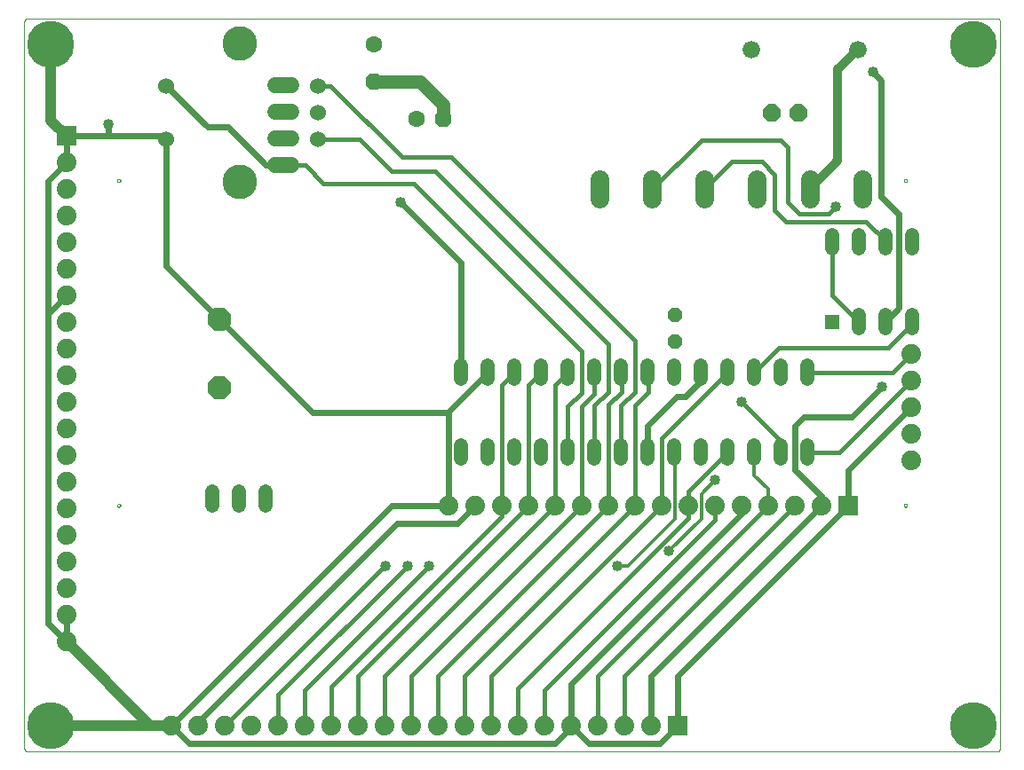
<source format=gbl>
G75*
%MOIN*%
%OFA0B0*%
%FSLAX25Y25*%
%IPPOS*%
%LPD*%
%AMOC8*
5,1,8,0,0,1.08239X$1,22.5*
%
%ADD10C,0.00000*%
%ADD11C,0.05200*%
%ADD12R,0.05200X0.05200*%
%ADD13C,0.07087*%
%ADD14C,0.07400*%
%ADD15OC8,0.06300*%
%ADD16C,0.06300*%
%ADD17C,0.06000*%
%ADD18OC8,0.08500*%
%ADD19OC8,0.05200*%
%ADD20C,0.06600*%
%ADD21R,0.07400X0.07400*%
%ADD22C,0.06000*%
%ADD23C,0.13000*%
%ADD24OC8,0.06600*%
%ADD25C,0.02400*%
%ADD26C,0.04000*%
%ADD27C,0.01600*%
%ADD28C,0.05000*%
%ADD29C,0.17717*%
%ADD30C,0.03937*%
%ADD31C,0.01200*%
%ADD32C,0.03200*%
D10*
X0001000Y0002181D02*
X0001000Y0275409D01*
X0001002Y0275475D01*
X0001007Y0275541D01*
X0001017Y0275607D01*
X0001030Y0275672D01*
X0001046Y0275736D01*
X0001066Y0275799D01*
X0001090Y0275861D01*
X0001117Y0275921D01*
X0001147Y0275980D01*
X0001181Y0276037D01*
X0001218Y0276092D01*
X0001258Y0276145D01*
X0001300Y0276196D01*
X0001346Y0276244D01*
X0001394Y0276290D01*
X0001445Y0276332D01*
X0001498Y0276372D01*
X0001553Y0276409D01*
X0001610Y0276443D01*
X0001669Y0276473D01*
X0001729Y0276500D01*
X0001791Y0276524D01*
X0001854Y0276544D01*
X0001918Y0276560D01*
X0001983Y0276573D01*
X0002049Y0276583D01*
X0002115Y0276588D01*
X0002181Y0276590D01*
X0002181Y0276591D02*
X0365961Y0276591D01*
X0365961Y0276590D02*
X0366027Y0276588D01*
X0366093Y0276583D01*
X0366159Y0276573D01*
X0366224Y0276560D01*
X0366288Y0276544D01*
X0366351Y0276524D01*
X0366413Y0276500D01*
X0366473Y0276473D01*
X0366532Y0276443D01*
X0366589Y0276409D01*
X0366644Y0276372D01*
X0366697Y0276332D01*
X0366748Y0276290D01*
X0366796Y0276244D01*
X0366842Y0276196D01*
X0366884Y0276145D01*
X0366924Y0276092D01*
X0366961Y0276037D01*
X0366995Y0275980D01*
X0367025Y0275921D01*
X0367052Y0275861D01*
X0367076Y0275799D01*
X0367096Y0275736D01*
X0367112Y0275672D01*
X0367125Y0275607D01*
X0367135Y0275541D01*
X0367140Y0275475D01*
X0367142Y0275409D01*
X0367142Y0002181D01*
X0367140Y0002115D01*
X0367135Y0002049D01*
X0367125Y0001983D01*
X0367112Y0001918D01*
X0367096Y0001854D01*
X0367076Y0001791D01*
X0367052Y0001729D01*
X0367025Y0001669D01*
X0366995Y0001610D01*
X0366961Y0001553D01*
X0366924Y0001498D01*
X0366884Y0001445D01*
X0366842Y0001394D01*
X0366796Y0001346D01*
X0366748Y0001300D01*
X0366697Y0001258D01*
X0366644Y0001218D01*
X0366589Y0001181D01*
X0366532Y0001147D01*
X0366473Y0001117D01*
X0366413Y0001090D01*
X0366351Y0001066D01*
X0366288Y0001046D01*
X0366224Y0001030D01*
X0366159Y0001017D01*
X0366093Y0001007D01*
X0366027Y0001002D01*
X0365961Y0001000D01*
X0002181Y0001000D01*
X0002115Y0001002D01*
X0002049Y0001007D01*
X0001983Y0001017D01*
X0001918Y0001030D01*
X0001854Y0001046D01*
X0001791Y0001066D01*
X0001729Y0001090D01*
X0001669Y0001117D01*
X0001610Y0001147D01*
X0001553Y0001181D01*
X0001498Y0001218D01*
X0001445Y0001258D01*
X0001394Y0001300D01*
X0001346Y0001346D01*
X0001300Y0001394D01*
X0001258Y0001445D01*
X0001218Y0001498D01*
X0001181Y0001553D01*
X0001147Y0001610D01*
X0001117Y0001669D01*
X0001090Y0001729D01*
X0001066Y0001791D01*
X0001046Y0001854D01*
X0001030Y0001918D01*
X0001017Y0001983D01*
X0001007Y0002049D01*
X0001002Y0002115D01*
X0001000Y0002181D01*
X0035842Y0093520D02*
X0035844Y0093568D01*
X0035850Y0093616D01*
X0035860Y0093663D01*
X0035873Y0093709D01*
X0035891Y0093754D01*
X0035911Y0093798D01*
X0035936Y0093840D01*
X0035964Y0093879D01*
X0035994Y0093916D01*
X0036028Y0093950D01*
X0036065Y0093982D01*
X0036103Y0094011D01*
X0036144Y0094036D01*
X0036187Y0094058D01*
X0036232Y0094076D01*
X0036278Y0094090D01*
X0036325Y0094101D01*
X0036373Y0094108D01*
X0036421Y0094111D01*
X0036469Y0094110D01*
X0036517Y0094105D01*
X0036565Y0094096D01*
X0036611Y0094084D01*
X0036656Y0094067D01*
X0036700Y0094047D01*
X0036742Y0094024D01*
X0036782Y0093997D01*
X0036820Y0093967D01*
X0036855Y0093934D01*
X0036887Y0093898D01*
X0036917Y0093860D01*
X0036943Y0093819D01*
X0036965Y0093776D01*
X0036985Y0093732D01*
X0037000Y0093687D01*
X0037012Y0093640D01*
X0037020Y0093592D01*
X0037024Y0093544D01*
X0037024Y0093496D01*
X0037020Y0093448D01*
X0037012Y0093400D01*
X0037000Y0093353D01*
X0036985Y0093308D01*
X0036965Y0093264D01*
X0036943Y0093221D01*
X0036917Y0093180D01*
X0036887Y0093142D01*
X0036855Y0093106D01*
X0036820Y0093073D01*
X0036782Y0093043D01*
X0036742Y0093016D01*
X0036700Y0092993D01*
X0036656Y0092973D01*
X0036611Y0092956D01*
X0036565Y0092944D01*
X0036517Y0092935D01*
X0036469Y0092930D01*
X0036421Y0092929D01*
X0036373Y0092932D01*
X0036325Y0092939D01*
X0036278Y0092950D01*
X0036232Y0092964D01*
X0036187Y0092982D01*
X0036144Y0093004D01*
X0036103Y0093029D01*
X0036065Y0093058D01*
X0036028Y0093090D01*
X0035994Y0093124D01*
X0035964Y0093161D01*
X0035936Y0093200D01*
X0035911Y0093242D01*
X0035891Y0093286D01*
X0035873Y0093331D01*
X0035860Y0093377D01*
X0035850Y0093424D01*
X0035844Y0093472D01*
X0035842Y0093520D01*
X0035842Y0215567D02*
X0035844Y0215615D01*
X0035850Y0215663D01*
X0035860Y0215710D01*
X0035873Y0215756D01*
X0035891Y0215801D01*
X0035911Y0215845D01*
X0035936Y0215887D01*
X0035964Y0215926D01*
X0035994Y0215963D01*
X0036028Y0215997D01*
X0036065Y0216029D01*
X0036103Y0216058D01*
X0036144Y0216083D01*
X0036187Y0216105D01*
X0036232Y0216123D01*
X0036278Y0216137D01*
X0036325Y0216148D01*
X0036373Y0216155D01*
X0036421Y0216158D01*
X0036469Y0216157D01*
X0036517Y0216152D01*
X0036565Y0216143D01*
X0036611Y0216131D01*
X0036656Y0216114D01*
X0036700Y0216094D01*
X0036742Y0216071D01*
X0036782Y0216044D01*
X0036820Y0216014D01*
X0036855Y0215981D01*
X0036887Y0215945D01*
X0036917Y0215907D01*
X0036943Y0215866D01*
X0036965Y0215823D01*
X0036985Y0215779D01*
X0037000Y0215734D01*
X0037012Y0215687D01*
X0037020Y0215639D01*
X0037024Y0215591D01*
X0037024Y0215543D01*
X0037020Y0215495D01*
X0037012Y0215447D01*
X0037000Y0215400D01*
X0036985Y0215355D01*
X0036965Y0215311D01*
X0036943Y0215268D01*
X0036917Y0215227D01*
X0036887Y0215189D01*
X0036855Y0215153D01*
X0036820Y0215120D01*
X0036782Y0215090D01*
X0036742Y0215063D01*
X0036700Y0215040D01*
X0036656Y0215020D01*
X0036611Y0215003D01*
X0036565Y0214991D01*
X0036517Y0214982D01*
X0036469Y0214977D01*
X0036421Y0214976D01*
X0036373Y0214979D01*
X0036325Y0214986D01*
X0036278Y0214997D01*
X0036232Y0215011D01*
X0036187Y0215029D01*
X0036144Y0215051D01*
X0036103Y0215076D01*
X0036065Y0215105D01*
X0036028Y0215137D01*
X0035994Y0215171D01*
X0035964Y0215208D01*
X0035936Y0215247D01*
X0035911Y0215289D01*
X0035891Y0215333D01*
X0035873Y0215378D01*
X0035860Y0215424D01*
X0035850Y0215471D01*
X0035844Y0215519D01*
X0035842Y0215567D01*
X0331118Y0215567D02*
X0331120Y0215615D01*
X0331126Y0215663D01*
X0331136Y0215710D01*
X0331149Y0215756D01*
X0331167Y0215801D01*
X0331187Y0215845D01*
X0331212Y0215887D01*
X0331240Y0215926D01*
X0331270Y0215963D01*
X0331304Y0215997D01*
X0331341Y0216029D01*
X0331379Y0216058D01*
X0331420Y0216083D01*
X0331463Y0216105D01*
X0331508Y0216123D01*
X0331554Y0216137D01*
X0331601Y0216148D01*
X0331649Y0216155D01*
X0331697Y0216158D01*
X0331745Y0216157D01*
X0331793Y0216152D01*
X0331841Y0216143D01*
X0331887Y0216131D01*
X0331932Y0216114D01*
X0331976Y0216094D01*
X0332018Y0216071D01*
X0332058Y0216044D01*
X0332096Y0216014D01*
X0332131Y0215981D01*
X0332163Y0215945D01*
X0332193Y0215907D01*
X0332219Y0215866D01*
X0332241Y0215823D01*
X0332261Y0215779D01*
X0332276Y0215734D01*
X0332288Y0215687D01*
X0332296Y0215639D01*
X0332300Y0215591D01*
X0332300Y0215543D01*
X0332296Y0215495D01*
X0332288Y0215447D01*
X0332276Y0215400D01*
X0332261Y0215355D01*
X0332241Y0215311D01*
X0332219Y0215268D01*
X0332193Y0215227D01*
X0332163Y0215189D01*
X0332131Y0215153D01*
X0332096Y0215120D01*
X0332058Y0215090D01*
X0332018Y0215063D01*
X0331976Y0215040D01*
X0331932Y0215020D01*
X0331887Y0215003D01*
X0331841Y0214991D01*
X0331793Y0214982D01*
X0331745Y0214977D01*
X0331697Y0214976D01*
X0331649Y0214979D01*
X0331601Y0214986D01*
X0331554Y0214997D01*
X0331508Y0215011D01*
X0331463Y0215029D01*
X0331420Y0215051D01*
X0331379Y0215076D01*
X0331341Y0215105D01*
X0331304Y0215137D01*
X0331270Y0215171D01*
X0331240Y0215208D01*
X0331212Y0215247D01*
X0331187Y0215289D01*
X0331167Y0215333D01*
X0331149Y0215378D01*
X0331136Y0215424D01*
X0331126Y0215471D01*
X0331120Y0215519D01*
X0331118Y0215567D01*
X0331118Y0093520D02*
X0331120Y0093568D01*
X0331126Y0093616D01*
X0331136Y0093663D01*
X0331149Y0093709D01*
X0331167Y0093754D01*
X0331187Y0093798D01*
X0331212Y0093840D01*
X0331240Y0093879D01*
X0331270Y0093916D01*
X0331304Y0093950D01*
X0331341Y0093982D01*
X0331379Y0094011D01*
X0331420Y0094036D01*
X0331463Y0094058D01*
X0331508Y0094076D01*
X0331554Y0094090D01*
X0331601Y0094101D01*
X0331649Y0094108D01*
X0331697Y0094111D01*
X0331745Y0094110D01*
X0331793Y0094105D01*
X0331841Y0094096D01*
X0331887Y0094084D01*
X0331932Y0094067D01*
X0331976Y0094047D01*
X0332018Y0094024D01*
X0332058Y0093997D01*
X0332096Y0093967D01*
X0332131Y0093934D01*
X0332163Y0093898D01*
X0332193Y0093860D01*
X0332219Y0093819D01*
X0332241Y0093776D01*
X0332261Y0093732D01*
X0332276Y0093687D01*
X0332288Y0093640D01*
X0332296Y0093592D01*
X0332300Y0093544D01*
X0332300Y0093496D01*
X0332296Y0093448D01*
X0332288Y0093400D01*
X0332276Y0093353D01*
X0332261Y0093308D01*
X0332241Y0093264D01*
X0332219Y0093221D01*
X0332193Y0093180D01*
X0332163Y0093142D01*
X0332131Y0093106D01*
X0332096Y0093073D01*
X0332058Y0093043D01*
X0332018Y0093016D01*
X0331976Y0092993D01*
X0331932Y0092973D01*
X0331887Y0092956D01*
X0331841Y0092944D01*
X0331793Y0092935D01*
X0331745Y0092930D01*
X0331697Y0092929D01*
X0331649Y0092932D01*
X0331601Y0092939D01*
X0331554Y0092950D01*
X0331508Y0092964D01*
X0331463Y0092982D01*
X0331420Y0093004D01*
X0331379Y0093029D01*
X0331341Y0093058D01*
X0331304Y0093090D01*
X0331270Y0093124D01*
X0331240Y0093161D01*
X0331212Y0093200D01*
X0331187Y0093242D01*
X0331167Y0093286D01*
X0331149Y0093331D01*
X0331136Y0093377D01*
X0331126Y0093424D01*
X0331120Y0093472D01*
X0331118Y0093520D01*
D11*
X0294937Y0110959D02*
X0294937Y0116159D01*
X0284937Y0116159D02*
X0284937Y0110959D01*
X0274937Y0110959D02*
X0274937Y0116159D01*
X0264937Y0116159D02*
X0264937Y0110959D01*
X0254937Y0110959D02*
X0254937Y0116159D01*
X0244937Y0116159D02*
X0244937Y0110959D01*
X0234937Y0110959D02*
X0234937Y0116159D01*
X0224937Y0116159D02*
X0224937Y0110959D01*
X0214937Y0110959D02*
X0214937Y0116159D01*
X0204937Y0116159D02*
X0204937Y0110959D01*
X0194937Y0110959D02*
X0194937Y0116159D01*
X0184937Y0116159D02*
X0184937Y0110959D01*
X0174937Y0110959D02*
X0174937Y0116159D01*
X0164937Y0116159D02*
X0164937Y0110959D01*
X0164937Y0140959D02*
X0164937Y0146159D01*
X0174937Y0146159D02*
X0174937Y0140959D01*
X0184937Y0140959D02*
X0184937Y0146159D01*
X0194937Y0146159D02*
X0194937Y0140959D01*
X0204937Y0140959D02*
X0204937Y0146159D01*
X0214937Y0146159D02*
X0214937Y0140959D01*
X0224937Y0140959D02*
X0224937Y0146159D01*
X0234937Y0146159D02*
X0234937Y0140959D01*
X0244937Y0140959D02*
X0244937Y0146159D01*
X0254937Y0146159D02*
X0254937Y0140959D01*
X0264937Y0140959D02*
X0264937Y0146159D01*
X0274937Y0146159D02*
X0274937Y0140959D01*
X0284937Y0140959D02*
X0284937Y0146159D01*
X0294937Y0146159D02*
X0294937Y0140959D01*
X0314110Y0159975D02*
X0314110Y0165175D01*
X0324110Y0165175D02*
X0324110Y0159975D01*
X0334110Y0159975D02*
X0334110Y0165175D01*
X0334110Y0189975D02*
X0334110Y0195175D01*
X0324110Y0195175D02*
X0324110Y0189975D01*
X0314110Y0189975D02*
X0314110Y0195175D01*
X0304110Y0195175D02*
X0304110Y0189975D01*
X0091472Y0098718D02*
X0091472Y0093518D01*
X0081472Y0093518D02*
X0081472Y0098718D01*
X0071472Y0098718D02*
X0071472Y0093518D01*
D12*
X0304110Y0162575D03*
D13*
X0295685Y0208874D02*
X0295685Y0215961D01*
X0315370Y0215961D02*
X0315370Y0208874D01*
X0276000Y0208874D02*
X0276000Y0215961D01*
X0256315Y0215961D02*
X0256315Y0208874D01*
X0236630Y0208874D02*
X0236630Y0215961D01*
X0216945Y0215961D02*
X0216945Y0208874D01*
D14*
X0333874Y0150449D03*
X0333874Y0140449D03*
X0333874Y0130449D03*
X0333874Y0120449D03*
X0333874Y0110449D03*
X0300055Y0093520D03*
X0290055Y0093520D03*
X0280055Y0093520D03*
X0270055Y0093520D03*
X0260055Y0093520D03*
X0250055Y0093520D03*
X0240055Y0093520D03*
X0230055Y0093520D03*
X0220055Y0093520D03*
X0210055Y0093520D03*
X0200055Y0093520D03*
X0190055Y0093520D03*
X0180055Y0093520D03*
X0170055Y0093520D03*
X0160055Y0093520D03*
X0156118Y0010843D03*
X0146118Y0010843D03*
X0136118Y0010843D03*
X0126118Y0010843D03*
X0116118Y0010843D03*
X0106118Y0010843D03*
X0096118Y0010843D03*
X0086118Y0010843D03*
X0076118Y0010843D03*
X0066118Y0010843D03*
X0056118Y0010843D03*
X0016748Y0042339D03*
X0016748Y0052339D03*
X0016748Y0062339D03*
X0016748Y0072339D03*
X0016748Y0082339D03*
X0016748Y0092339D03*
X0016748Y0102339D03*
X0016748Y0112339D03*
X0016748Y0122339D03*
X0016748Y0132339D03*
X0016748Y0142339D03*
X0016748Y0152339D03*
X0016748Y0162339D03*
X0016748Y0172339D03*
X0016748Y0182339D03*
X0016748Y0192339D03*
X0016748Y0202339D03*
X0016748Y0212339D03*
X0016748Y0222339D03*
X0166118Y0010843D03*
X0176118Y0010843D03*
X0186118Y0010843D03*
X0196118Y0010843D03*
X0206118Y0010843D03*
X0216118Y0010843D03*
X0226118Y0010843D03*
X0236118Y0010843D03*
D15*
X0158165Y0238795D03*
X0132102Y0252858D03*
D16*
X0132102Y0266858D03*
X0148165Y0238795D03*
D17*
X0101047Y0241433D02*
X0095047Y0241433D01*
X0095047Y0231433D02*
X0101047Y0231433D01*
X0101047Y0221433D02*
X0095047Y0221433D01*
X0095047Y0251433D02*
X0101047Y0251433D01*
D18*
X0074228Y0163406D03*
X0074228Y0137806D03*
D19*
X0245094Y0155055D03*
X0245094Y0165055D03*
D20*
X0273717Y0264780D03*
X0313717Y0264780D03*
D21*
X0310055Y0093520D03*
X0246118Y0010843D03*
X0016748Y0232339D03*
D22*
X0054209Y0231157D03*
X0054209Y0251157D03*
X0111209Y0251157D03*
X0111209Y0241157D03*
X0111209Y0231157D03*
D23*
X0081709Y0215157D03*
X0081709Y0267157D03*
D24*
X0281433Y0241157D03*
X0291433Y0241157D03*
D25*
X0319504Y0256315D02*
X0322654Y0253165D01*
X0322654Y0209465D01*
X0329150Y0202969D01*
X0329150Y0167614D01*
X0324110Y0162575D01*
X0322850Y0138008D02*
X0311630Y0126787D01*
X0293520Y0126787D01*
X0290173Y0123441D01*
X0290173Y0106906D01*
X0300055Y0097024D01*
X0300055Y0093520D01*
X0236118Y0029583D01*
X0236118Y0010843D01*
X0239425Y0004150D02*
X0212811Y0004150D01*
X0206118Y0010843D01*
X0206118Y0026591D01*
X0270055Y0090528D01*
X0270055Y0093520D01*
X0234937Y0113559D02*
X0234937Y0123559D01*
X0245843Y0134465D01*
X0249031Y0134465D01*
X0254937Y0140370D01*
X0254937Y0143559D01*
X0310055Y0106630D02*
X0333874Y0130449D01*
X0310055Y0106630D02*
X0310055Y0093520D01*
X0246118Y0029583D01*
X0246118Y0010843D01*
X0239425Y0004150D01*
X0206118Y0010055D02*
X0200213Y0004150D01*
X0062811Y0004150D01*
X0056118Y0010843D01*
X0138795Y0093520D01*
X0160055Y0093520D01*
X0160055Y0128559D01*
X0109076Y0128559D01*
X0074228Y0163406D01*
X0054150Y0183485D01*
X0054150Y0231118D01*
X0053028Y0232339D02*
X0033087Y0232339D01*
X0016748Y0232339D01*
X0016748Y0222339D01*
X0009858Y0215449D01*
X0009858Y0165449D01*
X0016748Y0172339D01*
X0009858Y0165449D02*
X0009858Y0049228D01*
X0016748Y0042339D01*
X0016748Y0052339D01*
X0066118Y0011984D02*
X0066118Y0010843D01*
X0066118Y0011984D02*
X0140961Y0086827D01*
X0163362Y0086827D01*
X0170055Y0093520D01*
X0160055Y0128677D02*
X0174937Y0143559D01*
X0164937Y0143559D02*
X0164937Y0184701D01*
X0142142Y0207496D01*
X0098047Y0221433D02*
X0091591Y0221433D01*
X0077378Y0235646D01*
X0069720Y0235646D01*
X0054209Y0251157D01*
X0032496Y0236630D02*
X0032496Y0232929D01*
D26*
X0032496Y0236630D03*
X0142142Y0207496D03*
X0270291Y0132299D03*
X0260252Y0102969D03*
X0242929Y0076394D03*
X0223638Y0070882D03*
X0152969Y0070882D03*
X0144701Y0070882D03*
X0136433Y0070882D03*
X0305528Y0205921D03*
X0319504Y0256315D03*
X0322850Y0138008D03*
D27*
X0326984Y0143559D02*
X0294937Y0143559D01*
X0284150Y0152772D02*
X0274937Y0143559D01*
X0264937Y0143559D02*
X0240055Y0118677D01*
X0240055Y0093520D01*
X0176118Y0029583D01*
X0176118Y0010843D01*
X0166118Y0010843D02*
X0166118Y0029583D01*
X0230055Y0093520D01*
X0230055Y0131039D01*
X0235055Y0136039D01*
X0235055Y0143441D01*
X0234937Y0143559D01*
X0230134Y0136236D02*
X0230134Y0155331D01*
X0161039Y0224425D01*
X0142732Y0224425D01*
X0116000Y0251157D01*
X0111209Y0251157D01*
X0111209Y0231157D02*
X0126748Y0231157D01*
X0138795Y0219110D01*
X0155134Y0219110D01*
X0220094Y0154150D01*
X0220094Y0136236D01*
X0214937Y0131079D01*
X0214937Y0113559D01*
X0204937Y0113559D02*
X0204937Y0130724D01*
X0210055Y0135843D01*
X0210055Y0151591D01*
X0147063Y0214583D01*
X0113205Y0214583D01*
X0106354Y0221433D01*
X0098047Y0221433D01*
X0054209Y0231157D02*
X0053028Y0232339D01*
X0033087Y0232339D02*
X0032496Y0232929D01*
X0160055Y0128677D02*
X0160055Y0128559D01*
X0180055Y0138677D02*
X0180055Y0093520D01*
X0180055Y0089504D01*
X0116118Y0025567D01*
X0116118Y0010843D01*
X0106118Y0010843D02*
X0106118Y0024031D01*
X0152969Y0070882D01*
X0144701Y0070882D02*
X0096118Y0022299D01*
X0096118Y0010843D01*
X0076118Y0010843D02*
X0133795Y0068520D01*
X0136433Y0070882D01*
X0126118Y0029583D02*
X0190055Y0093520D01*
X0190055Y0138677D01*
X0194937Y0143559D01*
X0200055Y0138677D02*
X0200055Y0093520D01*
X0136118Y0029583D01*
X0136118Y0010843D01*
X0126118Y0010843D02*
X0126118Y0029583D01*
X0146118Y0029583D02*
X0146118Y0010843D01*
X0156118Y0010843D02*
X0156118Y0029583D01*
X0220055Y0093520D01*
X0220055Y0131276D01*
X0225016Y0136236D01*
X0225016Y0143480D01*
X0224937Y0143559D01*
X0230134Y0136236D02*
X0224937Y0131039D01*
X0224937Y0113559D01*
X0250055Y0098677D02*
X0250055Y0093520D01*
X0250055Y0088835D01*
X0186118Y0024898D01*
X0186118Y0010843D01*
X0196118Y0010843D02*
X0196118Y0024268D01*
X0260055Y0088205D01*
X0260055Y0093520D01*
X0250055Y0098677D02*
X0264937Y0113559D01*
X0270291Y0132299D02*
X0284937Y0117654D01*
X0284937Y0113559D01*
X0294937Y0113559D02*
X0306984Y0113559D01*
X0333874Y0140449D01*
X0326984Y0143559D02*
X0333874Y0150449D01*
X0325213Y0152772D02*
X0284150Y0152772D01*
X0304110Y0172575D02*
X0314110Y0162575D01*
X0325213Y0152772D02*
X0334110Y0161669D01*
X0334110Y0162575D01*
X0304110Y0172575D02*
X0304110Y0192575D01*
X0302772Y0203165D02*
X0291945Y0203165D01*
X0287614Y0207496D01*
X0287614Y0228165D01*
X0284858Y0230921D01*
X0255134Y0230921D01*
X0236630Y0212417D01*
X0256315Y0212417D02*
X0266551Y0222654D01*
X0277772Y0222654D01*
X0282496Y0217929D01*
X0282496Y0204543D01*
X0286827Y0200213D01*
X0316945Y0200213D01*
X0324110Y0193047D01*
X0324110Y0192575D01*
X0305528Y0205921D02*
X0302772Y0203165D01*
X0214937Y0143559D02*
X0214937Y0135606D01*
X0210055Y0130724D01*
X0210055Y0093520D01*
X0146118Y0029583D01*
X0206118Y0010843D02*
X0206118Y0010055D01*
X0216118Y0010843D02*
X0216118Y0029583D01*
X0280055Y0093520D01*
X0290055Y0093520D02*
X0226118Y0029583D01*
X0226118Y0010843D01*
X0200055Y0138677D02*
X0204937Y0143559D01*
X0184937Y0143559D02*
X0180055Y0138677D01*
D28*
X0158165Y0238795D02*
X0158165Y0244031D01*
X0149425Y0252772D01*
X0132189Y0252772D01*
X0132102Y0252858D01*
D29*
X0010843Y0266748D03*
X0010843Y0010843D03*
X0357299Y0010843D03*
X0357299Y0266748D03*
D30*
X0016748Y0232339D02*
X0010843Y0238244D01*
X0010843Y0266748D01*
X0016748Y0042339D02*
X0048244Y0010843D01*
X0056118Y0010843D01*
X0010843Y0010843D01*
D31*
X0223638Y0070882D02*
X0227575Y0070882D01*
X0245094Y0088402D01*
X0245094Y0113402D01*
X0244937Y0113559D01*
X0260252Y0102969D02*
X0255134Y0097850D01*
X0255134Y0088598D01*
X0242929Y0076394D01*
X0274937Y0104819D02*
X0280055Y0099701D01*
X0280055Y0093520D01*
X0274937Y0104819D02*
X0274937Y0113559D01*
D32*
X0295685Y0212417D02*
X0306315Y0223047D01*
X0306315Y0257378D01*
X0313717Y0264780D01*
M02*

</source>
